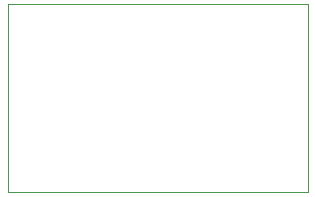
<source format=gko>
G75*
G70*
%OFA0B0*%
%FSLAX25Y25*%
%IPPOS*%
%LPD*%
%AMOC8*
5,1,8,0,0,1.08239X$1,22.5*
%
%ADD23C,0.00197*%
X0000000Y0000000D02*
%LPD*%
G01*
D23*
X0000000Y0062500D02*
X0100000Y0062500D01*
X0100000Y0000000D01*
X0000000Y0000000D01*
X0000000Y0062500D01*
X0019409Y0012500D02*
G01*
G75*
M02*

</source>
